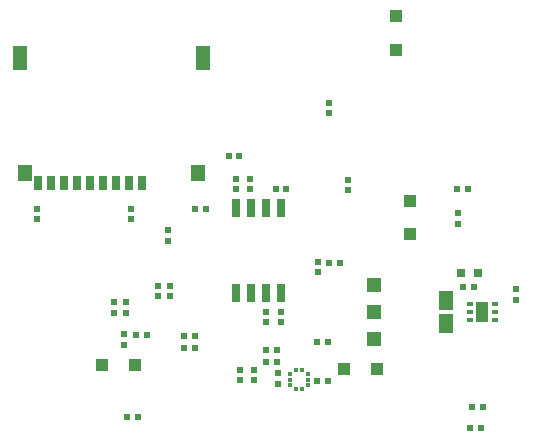
<source format=gbp>
G04*
G04 #@! TF.GenerationSoftware,Altium Limited,Altium Designer,26.2.0 (7)*
G04*
G04 Layer_Color=128*
%FSLAX25Y25*%
%MOIN*%
G70*
G04*
G04 #@! TF.SameCoordinates,17A3E6CB-15BD-4058-B425-0E0A4CEE79B2*
G04*
G04*
G04 #@! TF.FilePolarity,Positive*
G04*
G01*
G75*
G04:AMPARAMS|DCode=17|XSize=21.65mil|YSize=19.68mil|CornerRadius=2.46mil|HoleSize=0mil|Usage=FLASHONLY|Rotation=90.000|XOffset=0mil|YOffset=0mil|HoleType=Round|Shape=RoundedRectangle|*
%AMROUNDEDRECTD17*
21,1,0.02165,0.01476,0,0,90.0*
21,1,0.01673,0.01968,0,0,90.0*
1,1,0.00492,0.00738,0.00837*
1,1,0.00492,0.00738,-0.00837*
1,1,0.00492,-0.00738,-0.00837*
1,1,0.00492,-0.00738,0.00837*
%
%ADD17ROUNDEDRECTD17*%
G04:AMPARAMS|DCode=18|XSize=21.65mil|YSize=19.68mil|CornerRadius=2.46mil|HoleSize=0mil|Usage=FLASHONLY|Rotation=180.000|XOffset=0mil|YOffset=0mil|HoleType=Round|Shape=RoundedRectangle|*
%AMROUNDEDRECTD18*
21,1,0.02165,0.01476,0,0,180.0*
21,1,0.01673,0.01968,0,0,180.0*
1,1,0.00492,-0.00837,0.00738*
1,1,0.00492,0.00837,0.00738*
1,1,0.00492,0.00837,-0.00738*
1,1,0.00492,-0.00837,-0.00738*
%
%ADD18ROUNDEDRECTD18*%
%ADD54R,0.05118X0.05118*%
G04:AMPARAMS|DCode=91|XSize=29.92mil|YSize=26mil|CornerRadius=3.25mil|HoleSize=0mil|Usage=FLASHONLY|Rotation=90.000|XOffset=0mil|YOffset=0mil|HoleType=Round|Shape=RoundedRectangle|*
%AMROUNDEDRECTD91*
21,1,0.02992,0.01950,0,0,90.0*
21,1,0.02342,0.02600,0,0,90.0*
1,1,0.00650,0.00975,0.01171*
1,1,0.00650,0.00975,-0.01171*
1,1,0.00650,-0.00975,-0.01171*
1,1,0.00650,-0.00975,0.01171*
%
%ADD91ROUNDEDRECTD91*%
%ADD92R,0.02362X0.01378*%
%ADD93R,0.02559X0.06496*%
%ADD94R,0.02756X0.05118*%
G04:AMPARAMS|DCode=95|XSize=14.96mil|YSize=13.78mil|CornerRadius=0.62mil|HoleSize=0mil|Usage=FLASHONLY|Rotation=180.000|XOffset=0mil|YOffset=0mil|HoleType=Round|Shape=RoundedRectangle|*
%AMROUNDEDRECTD95*
21,1,0.01496,0.01254,0,0,180.0*
21,1,0.01372,0.01378,0,0,180.0*
1,1,0.00124,-0.00686,0.00627*
1,1,0.00124,0.00686,0.00627*
1,1,0.00124,0.00686,-0.00627*
1,1,0.00124,-0.00686,-0.00627*
%
%ADD95ROUNDEDRECTD95*%
%ADD96R,0.04724X0.05512*%
%ADD97R,0.04724X0.07874*%
%ADD98R,0.04331X0.06693*%
%ADD109R,0.04331X0.04331*%
%ADD110R,0.04331X0.04331*%
G36*
X143706Y77409D02*
Y71104D01*
X148421D01*
Y77409D01*
X143706D01*
D02*
G37*
G36*
X143708Y84890D02*
Y78591D01*
X148421D01*
Y84890D01*
X143708D01*
D02*
G37*
D17*
X151831Y86431D02*
D03*
X39795Y42913D02*
D03*
X58780Y66057D02*
D03*
Y70000D02*
D03*
X62525Y112262D02*
D03*
X89859Y61481D02*
D03*
X89812Y65424D02*
D03*
X154279Y39500D02*
D03*
X154780Y46500D02*
D03*
X106823Y55000D02*
D03*
Y68000D02*
D03*
X89332Y119077D02*
D03*
X43339Y42913D02*
D03*
X46323Y70500D02*
D03*
X62323Y66057D02*
D03*
Y70000D02*
D03*
X86268Y65424D02*
D03*
X86316Y61481D02*
D03*
X66068Y112262D02*
D03*
X77193Y130037D02*
D03*
X103279Y68000D02*
D03*
X155375Y86431D02*
D03*
X92875Y119077D02*
D03*
X153323Y119000D02*
D03*
X158323Y46500D02*
D03*
X157823Y39500D02*
D03*
X149779Y119000D02*
D03*
X73650Y130037D02*
D03*
X42779Y70500D02*
D03*
X107298Y94236D02*
D03*
X110841D02*
D03*
X103279Y55000D02*
D03*
D18*
X50051Y83228D02*
D03*
X54051D02*
D03*
X53551Y101728D02*
D03*
X9975Y108915D02*
D03*
X41101D02*
D03*
X90017Y57538D02*
D03*
X91113Y74576D02*
D03*
X113516Y122122D02*
D03*
X107051Y147772D02*
D03*
X169551Y82000D02*
D03*
X39551Y81272D02*
D03*
X90017Y53994D02*
D03*
X50051Y86772D02*
D03*
X54051D02*
D03*
X53551Y105272D02*
D03*
X169551Y85543D02*
D03*
X113516Y118579D02*
D03*
X150051Y111000D02*
D03*
X41101Y112459D02*
D03*
X9975D02*
D03*
X107051Y144228D02*
D03*
X35608Y81272D02*
D03*
X38836Y70548D02*
D03*
Y67005D02*
D03*
X35608Y77728D02*
D03*
X39551D02*
D03*
X82051Y58772D02*
D03*
Y55228D02*
D03*
X77551Y58772D02*
D03*
Y55228D02*
D03*
X103551Y94772D02*
D03*
Y91228D02*
D03*
X91113Y78120D02*
D03*
X86070Y74576D02*
D03*
X76169Y118880D02*
D03*
Y122424D02*
D03*
X86070Y78120D02*
D03*
X80975Y118880D02*
D03*
Y122424D02*
D03*
X150051Y107457D02*
D03*
D54*
X122043Y87055D02*
D03*
Y68945D02*
D03*
Y78000D02*
D03*
D91*
X151183Y90998D02*
D03*
X156695D02*
D03*
D92*
X154051Y80618D02*
D03*
Y75500D02*
D03*
X162319Y78059D02*
D03*
Y80618D02*
D03*
X154051Y78059D02*
D03*
X162319Y75500D02*
D03*
D93*
X81051Y84327D02*
D03*
X86051Y112673D02*
D03*
X91051D02*
D03*
X76051Y84327D02*
D03*
X91051D02*
D03*
X86051D02*
D03*
X76051Y112673D02*
D03*
X81051D02*
D03*
D94*
X31714Y121126D02*
D03*
X23053D02*
D03*
X10061D02*
D03*
X14391D02*
D03*
X18722D02*
D03*
X27384D02*
D03*
X36045D02*
D03*
X40376D02*
D03*
X44706D02*
D03*
D95*
X94039Y57468D02*
D03*
X98035Y52488D02*
D03*
X96067Y58512D02*
D03*
X94039Y53531D02*
D03*
X100063D02*
D03*
X94039Y55500D02*
D03*
X100063Y57468D02*
D03*
Y55500D02*
D03*
X98035Y58512D02*
D03*
X96067Y52488D02*
D03*
D96*
X5730Y124473D02*
D03*
X63525D02*
D03*
D97*
X4076Y162662D02*
D03*
X65179D02*
D03*
D98*
X158185Y78059D02*
D03*
D109*
X129551Y165488D02*
D03*
Y176512D02*
D03*
X134051Y115024D02*
D03*
Y104000D02*
D03*
D110*
X42563Y60500D02*
D03*
X112039Y59000D02*
D03*
X31539Y60500D02*
D03*
X123063Y59000D02*
D03*
M02*

</source>
